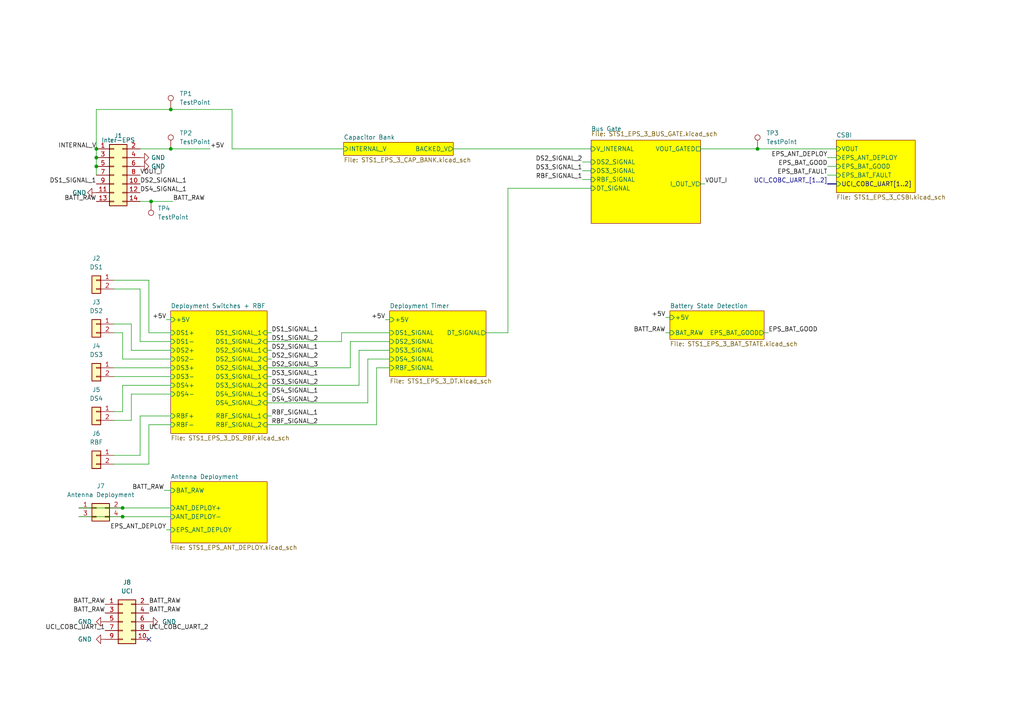
<source format=kicad_sch>
(kicad_sch (version 20211123) (generator eeschema)
  (paper "A4")
  (lib_symbols
    (symbol "Connector:TestPoint" (pin_numbers hide) (pin_names (offset 0.762) hide)
      (property "Reference" "TP" (at 0 6.858 0))
      (property "Value" "TestPoint" (at 0 5.08 0))
      (symbol "TestPoint_0_1"
        (circle (center 0 3.302) (radius 0.762))
      )
      (symbol "TestPoint_1_1"
        (pin passive line (at 0 0 90) (length 2.54) (name "1") (number "1"))
      )
    )
    (symbol "Connector_Generic:Conn_01x02" (pin_names (offset 1.016) hide)
      (property "Reference" "J" (at 0 2.54 0))
      (property "Value" "Conn_01x02" (at 0 -5.08 0))
      (symbol "Conn_01x02_1_1"
        (rectangle (start -1.27 -2.413) (end 0 -2.667) (stroke (width 0.1524)))
        (rectangle (start -1.27 0.127) (end 0 -0.127) (stroke (width 0.1524)))
        (rectangle (start -1.27 1.27) (end 1.27 -3.81) (stroke (width 0.254)) (fill (type background)))
        (pin passive line (at -5.08 0 0) (length 3.81) (name "Pin_1") (number "1"))
        (pin passive line (at -5.08 -2.54 0) (length 3.81) (name "Pin_2") (number "2"))
      )
    )
    (symbol "Connector_Generic:Conn_02x02_Odd_Even" (pin_names (offset 1.016) hide)
      (property "Reference" "J" (at 1.27 2.54 0))
      (property "Value" "Conn_02x02_Odd_Even" (at 1.27 -5.08 0))
      (symbol "Conn_02x02_Odd_Even_1_1"
        (rectangle (start -1.27 -2.413) (end 0 -2.667) (stroke (width 0.1524)))
        (rectangle (start -1.27 0.127) (end 0 -0.127) (stroke (width 0.1524)))
        (rectangle (start -1.27 1.27) (end 3.81 -3.81) (stroke (width 0.254)) (fill (type background)))
        (rectangle (start 3.81 -2.413) (end 2.54 -2.667) (stroke (width 0.1524)))
        (rectangle (start 3.81 0.127) (end 2.54 -0.127) (stroke (width 0.1524)))
        (pin passive line (at -5.08 0 0) (length 3.81) (name "Pin_1") (number "1"))
        (pin passive line (at 7.62 0 180) (length 3.81) (name "Pin_2") (number "2"))
        (pin passive line (at -5.08 -2.54 0) (length 3.81) (name "Pin_3") (number "3"))
        (pin passive line (at 7.62 -2.54 180) (length 3.81) (name "Pin_4") (number "4"))
      )
    )
    (symbol "Connector_Generic:Conn_02x05_Odd_Even" (pin_names (offset 1.016) hide)
      (property "Reference" "J" (at 1.27 7.62 0))
      (property "Value" "Conn_02x05_Odd_Even" (at 1.27 -7.62 0))
      (symbol "Conn_02x05_Odd_Even_1_1"
        (rectangle (start -1.27 -4.953) (end 0 -5.207) (stroke (width 0.1524)))
        (rectangle (start -1.27 -2.413) (end 0 -2.667) (stroke (width 0.1524)))
        (rectangle (start -1.27 0.127) (end 0 -0.127) (stroke (width 0.1524)))
        (rectangle (start -1.27 2.667) (end 0 2.413) (stroke (width 0.1524)))
        (rectangle (start -1.27 5.207) (end 0 4.953) (stroke (width 0.1524)))
        (rectangle (start -1.27 6.35) (end 3.81 -6.35) (stroke (width 0.254)) (fill (type background)))
        (rectangle (start 3.81 -4.953) (end 2.54 -5.207) (stroke (width 0.1524)))
        (rectangle (start 3.81 -2.413) (end 2.54 -2.667) (stroke (width 0.1524)))
        (rectangle (start 3.81 0.127) (end 2.54 -0.127) (stroke (width 0.1524)))
        (rectangle (start 3.81 2.667) (end 2.54 2.413) (stroke (width 0.1524)))
        (rectangle (start 3.81 5.207) (end 2.54 4.953) (stroke (width 0.1524)))
        (pin passive line (at -5.08 5.08 0) (length 3.81) (name "Pin_1") (number "1"))
        (pin passive line (at 7.62 -5.08 180) (length 3.81) (name "Pin_10") (number "10"))
        (pin passive line (at 7.62 5.08 180) (length 3.81) (name "Pin_2") (number "2"))
        (pin passive line (at -5.08 2.54 0) (length 3.81) (name "Pin_3") (number "3"))
        (pin passive line (at 7.62 2.54 180) (length 3.81) (name "Pin_4") (number "4"))
        (pin passive line (at -5.08 0 0) (length 3.81) (name "Pin_5") (number "5"))
        (pin passive line (at 7.62 0 180) (length 3.81) (name "Pin_6") (number "6"))
        (pin passive line (at -5.08 -2.54 0) (length 3.81) (name "Pin_7") (number "7"))
        (pin passive line (at 7.62 -2.54 180) (length 3.81) (name "Pin_8") (number "8"))
        (pin passive line (at -5.08 -5.08 0) (length 3.81) (name "Pin_9") (number "9"))
      )
    )
    (symbol "Connector_Generic:Conn_02x07_Odd_Even" (pin_names (offset 1.016) hide)
      (property "Reference" "J" (at 1.27 10.16 0))
      (property "Value" "Conn_02x07_Odd_Even" (at 1.27 -10.16 0))
      (symbol "Conn_02x07_Odd_Even_1_1"
        (rectangle (start -1.27 -7.493) (end 0 -7.747) (stroke (width 0.1524)))
        (rectangle (start -1.27 -4.953) (end 0 -5.207) (stroke (width 0.1524)))
        (rectangle (start -1.27 -2.413) (end 0 -2.667) (stroke (width 0.1524)))
        (rectangle (start -1.27 0.127) (end 0 -0.127) (stroke (width 0.1524)))
        (rectangle (start -1.27 2.667) (end 0 2.413) (stroke (width 0.1524)))
        (rectangle (start -1.27 5.207) (end 0 4.953) (stroke (width 0.1524)))
        (rectangle (start -1.27 7.747) (end 0 7.493) (stroke (width 0.1524)))
        (rectangle (start -1.27 8.89) (end 3.81 -8.89) (stroke (width 0.254)) (fill (type background)))
        (rectangle (start 3.81 -7.493) (end 2.54 -7.747) (stroke (width 0.1524)))
        (rectangle (start 3.81 -4.953) (end 2.54 -5.207) (stroke (width 0.1524)))
        (rectangle (start 3.81 -2.413) (end 2.54 -2.667) (stroke (width 0.1524)))
        (rectangle (start 3.81 0.127) (end 2.54 -0.127) (stroke (width 0.1524)))
        (rectangle (start 3.81 2.667) (end 2.54 2.413) (stroke (width 0.1524)))
        (rectangle (start 3.81 5.207) (end 2.54 4.953) (stroke (width 0.1524)))
        (rectangle (start 3.81 7.747) (end 2.54 7.493) (stroke (width 0.1524)))
        (pin passive line (at -5.08 7.62 0) (length 3.81) (name "Pin_1") (number "1"))
        (pin passive line (at 7.62 -2.54 180) (length 3.81) (name "Pin_10") (number "10"))
        (pin passive line (at -5.08 -5.08 0) (length 3.81) (name "Pin_11") (number "11"))
        (pin passive line (at 7.62 -5.08 180) (length 3.81) (name "Pin_12") (number "12"))
        (pin passive line (at -5.08 -7.62 0) (length 3.81) (name "Pin_13") (number "13"))
        (pin passive line (at 7.62 -7.62 180) (length 3.81) (name "Pin_14") (number "14"))
        (pin passive line (at 7.62 7.62 180) (length 3.81) (name "Pin_2") (number "2"))
        (pin passive line (at -5.08 5.08 0) (length 3.81) (name "Pin_3") (number "3"))
        (pin passive line (at 7.62 5.08 180) (length 3.81) (name "Pin_4") (number "4"))
        (pin passive line (at -5.08 2.54 0) (length 3.81) (name "Pin_5") (number "5"))
        (pin passive line (at 7.62 2.54 180) (length 3.81) (name "Pin_6") (number "6"))
        (pin passive line (at -5.08 0 0) (length 3.81) (name "Pin_7") (number "7"))
        (pin passive line (at 7.62 0 180) (length 3.81) (name "Pin_8") (number "8"))
        (pin passive line (at -5.08 -2.54 0) (length 3.81) (name "Pin_9") (number "9"))
      )
    )
    (symbol "power:GND" (power) (pin_names (offset 0))
      (property "Value" "GND" (at 0 -3.81 0))
      (symbol "GND_0_1"
        (polyline (pts (xy 0 0) (xy 0 -1.27) (xy 1.27 -1.27) (xy 0 -2.54) (xy -1.27 -1.27) (xy 0 -1.27)))
      )
      (symbol "GND_1_1"
        (pin power_in line (at 0 0 270) (length 0) hide (name "GND") (number "1"))
      )
    )
  )
  (junction (at 49.53 43.18))
  (junction (at 49.53 31.75))
  (junction (at 27.94 48.26))
  (junction (at 27.94 45.72))
  (junction (at 35.56 147.32))
  (junction (at 35.56 149.86))
  (junction (at 219.71 43.18))
  (junction (at 43.815 58.42))
  (junction (at 27.94 43.18))
  (no_connect (at 43.18 185.42))
  (wire (pts (xy 240.03 50.8) (xy 242.57 50.8)))
  (wire (pts (xy 33.02 93.98) (xy 38.1 93.98)))
  (wire (pts (xy 104.14 101.6) (xy 113.03 101.6)))
  (wire (pts (xy 77.47 123.19) (xy 109.22 123.19)))
  (wire (pts (xy 240.03 45.72) (xy 242.57 45.72)))
  (wire (pts (xy 27.94 43.18) (xy 27.94 45.72)))
  (wire (pts (xy 43.815 58.42) (xy 40.64 58.42)))
  (wire (pts (xy 40.64 43.18) (xy 49.53 43.18)))
  (wire (pts (xy 33.02 109.22) (xy 49.53 109.22)))
  (wire (pts (xy 219.71 43.18) (xy 242.57 43.18)))
  (wire (pts (xy 48.26 92.71) (xy 49.53 92.71)))
  (wire (pts (xy 40.64 132.08) (xy 40.64 120.65)))
  (wire (pts (xy 168.91 49.53) (xy 171.45 49.53)))
  (wire (pts (xy 35.56 147.32) (xy 49.53 147.32)))
  (wire (pts (xy 22.86 147.32) (xy 35.56 147.32)))
  (wire (pts (xy 147.32 54.61) (xy 147.32 96.52)))
  (wire (pts (xy 77.47 101.6) (xy 78.74 101.6)))
  (wire (pts (xy 27.94 45.72) (xy 27.94 48.26)))
  (wire (pts (xy 77.47 114.3) (xy 78.74 114.3)))
  (wire (pts (xy 35.56 104.14) (xy 49.53 104.14)))
  (wire (pts (xy 131.445 43.18) (xy 171.45 43.18)))
  (wire (pts (xy 77.47 104.14) (xy 78.74 104.14)))
  (wire (pts (xy 99.06 96.52) (xy 113.03 96.52)))
  (wire (pts (xy 38.1 114.3) (xy 49.53 114.3)))
  (wire (pts (xy 33.02 81.28) (xy 43.18 81.28)))
  (wire (pts (xy 33.02 106.68) (xy 49.53 106.68)))
  (wire (pts (xy 33.02 134.62) (xy 43.18 134.62)))
  (wire (pts (xy 99.695 43.18) (xy 67.31 43.18)))
  (wire (pts (xy 43.18 134.62) (xy 43.18 123.19)))
  (wire (pts (xy 101.6 99.06) (xy 113.03 99.06)))
  (wire (pts (xy 203.2 43.18) (xy 219.71 43.18)))
  (wire (pts (xy 111.76 92.71) (xy 113.03 92.71)))
  (wire (pts (xy 22.86 149.86) (xy 35.56 149.86)))
  (wire (pts (xy 35.56 111.76) (xy 49.53 111.76)))
  (wire (pts (xy 109.22 123.19) (xy 109.22 106.68)))
  (wire (pts (xy 147.32 54.61) (xy 171.45 54.61)))
  (wire (pts (xy 40.64 83.82) (xy 40.64 99.06)))
  (wire (pts (xy 43.18 81.28) (xy 43.18 96.52)))
  (wire (pts (xy 38.1 101.6) (xy 49.53 101.6)))
  (wire (pts (xy 35.56 96.52) (xy 35.56 104.14)))
  (wire (pts (xy 106.68 104.14) (xy 113.03 104.14)))
  (wire (pts (xy 33.02 132.08) (xy 40.64 132.08)))
  (wire (pts (xy 77.47 109.22) (xy 78.74 109.22)))
  (wire (pts (xy 101.6 106.68) (xy 101.6 99.06)))
  (wire (pts (xy 35.56 119.38) (xy 35.56 111.76)))
  (wire (pts (xy 27.94 43.18) (xy 27.94 31.75)))
  (bus (pts (xy 240.03 53.34) (xy 242.57 53.34)))
  (wire (pts (xy 47.625 142.24) (xy 49.53 142.24)))
  (wire (pts (xy 40.64 99.06) (xy 49.53 99.06)))
  (wire (pts (xy 77.47 116.84) (xy 106.68 116.84)))
  (wire (pts (xy 168.91 52.07) (xy 171.45 52.07)))
  (wire (pts (xy 221.615 96.52) (xy 222.885 96.52)))
  (wire (pts (xy 147.32 96.52) (xy 140.97 96.52)))
  (wire (pts (xy 203.2 53.34) (xy 204.47 53.34)))
  (wire (pts (xy 77.47 111.76) (xy 104.14 111.76)))
  (wire (pts (xy 43.18 123.19) (xy 49.53 123.19)))
  (wire (pts (xy 77.47 96.52) (xy 78.74 96.52)))
  (wire (pts (xy 33.02 83.82) (xy 40.64 83.82)))
  (wire (pts (xy 50.165 58.42) (xy 43.815 58.42)))
  (wire (pts (xy 99.06 99.06) (xy 99.06 96.52)))
  (wire (pts (xy 48.26 153.67) (xy 49.53 153.67)))
  (wire (pts (xy 67.31 31.75) (xy 67.31 43.18)))
  (wire (pts (xy 33.02 121.92) (xy 38.1 121.92)))
  (wire (pts (xy 104.14 111.76) (xy 104.14 101.6)))
  (wire (pts (xy 240.03 48.26) (xy 242.57 48.26)))
  (wire (pts (xy 49.53 31.75) (xy 67.31 31.75)))
  (wire (pts (xy 35.56 149.86) (xy 49.53 149.86)))
  (wire (pts (xy 38.1 121.92) (xy 38.1 114.3)))
  (wire (pts (xy 168.91 46.99) (xy 171.45 46.99)))
  (wire (pts (xy 77.47 99.06) (xy 99.06 99.06)))
  (wire (pts (xy 33.02 96.52) (xy 35.56 96.52)))
  (wire (pts (xy 40.64 120.65) (xy 49.53 120.65)))
  (wire (pts (xy 38.1 93.98) (xy 38.1 101.6)))
  (wire (pts (xy 43.18 96.52) (xy 49.53 96.52)))
  (wire (pts (xy 193.04 92.075) (xy 194.31 92.075)))
  (wire (pts (xy 109.22 106.68) (xy 113.03 106.68)))
  (wire (pts (xy 27.94 48.26) (xy 27.94 50.8)))
  (wire (pts (xy 77.47 120.65) (xy 78.74 120.65)))
  (wire (pts (xy 33.02 119.38) (xy 35.56 119.38)))
  (wire (pts (xy 27.94 31.75) (xy 49.53 31.75)))
  (wire (pts (xy 106.68 104.14) (xy 106.68 116.84)))
  (wire (pts (xy 193.04 96.52) (xy 194.31 96.52)))
  (wire (pts (xy 49.53 43.18) (xy 60.96 43.18)))
  (wire (pts (xy 77.47 106.68) (xy 101.6 106.68)))
  (label "EPS_BAT_GOOD" (at 240.03 48.26 180))
  (label "VOUT_I" (at 40.64 50.8 0))
  (label "EPS_ANT_DEPLOY" (at 48.26 153.67 180))
  (label "RBF_SIGNAL_2" (at 78.74 123.19 0))
  (label "BATT_RAW" (at 50.165 58.42 0))
  (label "DS3_SIGNAL_2" (at 78.74 111.76 0))
  (label "UCI_COBC_UART_[1..2]" (at 240.03 53.34 180))
  (label "EPS_ANT_DEPLOY" (at 240.03 45.72 180))
  (label "BATT_RAW" (at 47.625 142.24 180))
  (label "DS4_SIGNAL_1" (at 40.64 55.88 0))
  (label "DS2_SIGNAL_3" (at 78.74 106.68 0))
  (label "+5V" (at 111.76 92.71 180))
  (label "DS3_SIGNAL_1" (at 78.74 109.22 0))
  (label "DS2_SIGNAL_1" (at 78.74 101.6 0))
  (label "DS4_SIGNAL_1" (at 78.74 114.3 0))
  (label "DS3_SIGNAL_1" (at 168.91 49.53 180))
  (label "BATT_RAW" (at 27.94 58.42 180))
  (label "DS4_SIGNAL_2" (at 78.74 116.84 0))
  (label "UCI_COBC_UART_2" (at 43.18 182.88 0))
  (label "UCI_COBC_UART_1" (at 30.48 182.88 180))
  (label "EPS_BAT_FAULT" (at 240.03 50.8 180))
  (label "DS2_SIGNAL_2" (at 168.91 46.99 180))
  (label "DS1_SIGNAL_1" (at 78.74 96.52 0))
  (label "BATT_RAW" (at 43.18 177.8 0))
  (label "RBF_SIGNAL_1" (at 78.74 120.65 0))
  (label "+5V" (at 193.04 92.075 180))
  (label "+5V" (at 48.26 92.71 180))
  (label "BATT_RAW" (at 30.48 175.26 180))
  (label "DS2_SIGNAL_1" (at 40.64 53.34 0))
  (label "BATT_RAW" (at 43.18 175.26 0))
  (label "+5V" (at 60.96 43.18 0))
  (label "VOUT_I" (at 204.47 53.34 0))
  (label "DS1_SIGNAL_2" (at 78.74 99.06 0))
  (label "RBF_SIGNAL_1" (at 168.91 52.07 180))
  (label "INTERNAL_V" (at 27.94 43.18 180))
  (label "BATT_RAW" (at 193.04 96.52 180))
  (label "DS2_SIGNAL_2" (at 78.74 104.14 0))
  (label "DS1_SIGNAL_1" (at 27.94 53.34 180))
  (label "EPS_BAT_GOOD" (at 222.885 96.52 0))
  (label "BATT_RAW" (at 30.48 177.8 180))
  (symbol (lib_id "Connector:TestPoint") (at 219.71 43.18 0) (unit 1)
    (property "Reference" "TP3" (at 222.25 38.6079 0) (effects (justify left)))
    (property "Value" "TestPoint" (at 222.25 41.1479 0) (effects (justify left)))
    (property "Footprint" "TestPoint:TestPoint_THTPad_D1.0mm_Drill0.5mm" (effects hide))
  )
  (symbol (lib_id "Connector_Generic:Conn_02x05_Odd_Even") (at 35.56 180.34 0) (unit 1)
    (property "Reference" "J8" (at 36.83 168.91 0))
    (property "Value" "UCI" (at 36.83 171.45 0))
    (property "Footprint" "STS_Connector:M80-85110YY" (effects hide))
  )
  (symbol (lib_id "power:GND") (at 43.18 180.34 90) (unit 1)
    (property "Reference" "#PWR01" (effects hide))
    (property "Value" "GND" (at 46.99 180.3399 90) (effects (justify right)))
  )
  (symbol (lib_id "Connector_Generic:Conn_01x02") (at 27.94 119.38 0) (mirror y) (unit 1)
    (property "Reference" "J5" (at 27.94 113.03 0))
    (property "Value" "DS4" (at 27.94 115.57 0))
    (property "Footprint" "STS_Connector:M808420245" (effects hide))
  )
  (symbol (lib_id "Connector_Generic:Conn_01x02") (at 27.94 132.08 0) (mirror y) (unit 1)
    (property "Reference" "J6" (at 27.94 125.73 0))
    (property "Value" "RBF" (at 27.94 128.27 0))
    (property "Footprint" "STS_Connector:M808420245" (effects hide))
  )
  (symbol (lib_id "power:GND") (at 30.48 180.34 270) (unit 1)
    (property "Reference" "#PWR035" (effects hide))
    (property "Value" "GND" (at 26.67 180.3401 90) (effects (justify right)))
  )
  (symbol (lib_id "power:GND") (at 30.48 185.42 270) (unit 1)
    (property "Reference" "#PWR036" (effects hide))
    (property "Value" "GND" (at 26.67 185.4201 90) (effects (justify right)))
  )
  (symbol (lib_id "Connector_Generic:Conn_02x02_Odd_Even") (at 27.94 147.32 0) (unit 1)
    (property "Reference" "J7" (at 29.21 140.97 0))
    (property "Value" "Antenna Deployment" (at 29.21 143.51 0))
    (property "Footprint" "STS_Connector:M80-85104YY" (effects hide))
  )
  (symbol (lib_id "power:GND") (at 40.64 48.26 90) (unit 1)
    (property "Reference" "#PWR0101" (effects hide))
    (property "Value" "GND" (at 43.815 48.2599 90) (effects (justify right)))
  )
  (symbol (lib_id "Connector:TestPoint") (at 43.815 58.42 180) (unit 1)
    (property "Reference" "TP4" (at 45.72 60.4519 0) (effects (justify right)))
    (property "Value" "TestPoint" (at 45.72 62.9919 0) (effects (justify right)))
    (property "Footprint" "TestPoint:TestPoint_THTPad_D1.0mm_Drill0.5mm" (effects hide))
  )
  (symbol (lib_id "power:GND") (at 40.64 45.72 90) (unit 1)
    (property "Reference" "#PWR0103" (effects hide))
    (property "Value" "GND" (at 43.815 45.7199 90) (effects (justify right)))
  )
  (symbol (lib_id "Connector_Generic:Conn_02x07_Odd_Even") (at 33.02 50.8 0) (unit 1)
    (property "Reference" "J1" (at 34.29 39.37 0))
    (property "Value" "Inter-EPS" (at 34.29 40.64 0))
    (property "Footprint" "Connector_PinHeader_2.00mm:PinHeader_2x07_P2.00mm_Vertical" (effects hide))
  )
  (symbol (lib_id "Connector:TestPoint") (at 49.53 31.75 0) (unit 1)
    (property "Reference" "TP1" (at 52.07 27.1779 0) (effects (justify left)))
    (property "Value" "TestPoint" (at 52.07 29.7179 0) (effects (justify left)))
    (property "Footprint" "TestPoint:TestPoint_THTPad_D1.0mm_Drill0.5mm" (effects hide))
  )
  (symbol (lib_id "Connector_Generic:Conn_01x02") (at 27.94 81.28 0) (mirror y) (unit 1)
    (property "Reference" "J2" (at 27.94 74.93 0))
    (property "Value" "DS1" (at 27.94 77.47 0))
    (property "Footprint" "STS_Connector:M808420245" (effects hide))
  )
  (symbol (lib_id "power:GND") (at 27.94 55.88 270) (unit 1)
    (property "Reference" "#PWR0105" (effects hide))
    (property "Value" "GND" (at 20.955 55.88 90) (effects (justify left)))
  )
  (symbol (lib_id "Connector_Generic:Conn_01x02") (at 27.94 93.98 0) (mirror y) (unit 1)
    (property "Reference" "J3" (at 27.94 87.63 0))
    (property "Value" "DS2" (at 27.94 90.17 0))
    (property "Footprint" "STS_Connector:M808420245" (effects hide))
  )
  (symbol (lib_id "Connector_Generic:Conn_01x02") (at 27.94 106.68 0) (mirror y) (unit 1)
    (property "Reference" "J4" (at 27.94 100.33 0))
    (property "Value" "DS3" (at 27.94 102.87 0))
    (property "Footprint" "STS_Connector:M808420245" (effects hide))
  )
  (symbol (lib_id "Connector:TestPoint") (at 49.53 43.18 0) (unit 1)
    (property "Reference" "TP2" (at 52.07 38.6079 0) (effects (justify left)))
    (property "Value" "TestPoint" (at 52.07 41.1479 0) (effects (justify left)))
    (property "Footprint" "TestPoint:TestPoint_THTPad_D1.0mm_Drill0.5mm" (effects hide))
  )
  (sheet (at 171.45 40.64) (size 31.75 24.13) (stroke (width 0.1524)) (fill (color 255 255 0 1.0000))
    (property "Sheet name" "Bus Gate" (at 171.45 38.1 0) (effects (justify left bottom)))
    (property "Sheet file" "STS1_EPS_3_BUS_GATE.kicad_sch" (at 171.45 38.1 0) (effects (justify left top)))
    (pin "RBF_SIGNAL" input (at 171.45 52.07 180))
    (pin "V_INTERNAL" input (at 171.45 43.18 180))
    (pin "I_OUT_V" output (at 203.2 53.34 0))
    (pin "DT_SIGNAL" input (at 171.45 54.61 180))
    (pin "DS2_SIGNAL" input (at 171.45 46.99 180))
    (pin "DS3_SIGNAL" input (at 171.45 49.53 180))
    (pin "VOUT_GATED" passive (at 203.2 43.18 0))
  )
  (sheet (at 242.57 40.64) (size 22.86 15.24) (stroke (width 0.1524)) (fill (color 255 255 0 1.0000))
    (property "Sheet name" "CSBI" (at 242.57 39.9284 0) (effects (justify left bottom)))
    (property "Sheet file" "STS1_EPS_3_CSBI.kicad_sch" (at 242.57 56.4646 0) (effects (justify left top)))
    (pin "EPS_ANT_DEPLOY" input (at 242.57 45.72 180))
    (pin "EPS_BAT_GOOD" input (at 242.57 48.26 180))
    (pin "EPS_BAT_FAULT" input (at 242.57 50.8 180))
    (pin "VOUT" input (at 242.57 43.18 180))
    (pin "UCI_COBC_UART[1..2]" input (at 242.57 53.34 180))
  )
  (sheet (at 49.53 90.17) (size 27.94 35.56) (stroke (width 0.1524)) (fill (color 255 255 0 1.0000))
    (property "Sheet name" "Deployment Switches + RBF" (at 49.53 89.4584 0) (effects (justify left bottom)))
    (property "Sheet file" "STS1_EPS_3_DS_RBF.kicad_sch" (at 49.53 126.3146 0) (effects (justify left top)))
    (pin "DS2+" input (at 49.53 101.6 180))
    (pin "DS2-" input (at 49.53 104.14 180))
    (pin "DS1-" input (at 49.53 99.06 180))
    (pin "DS1+" input (at 49.53 96.52 180))
    (pin "+5V" input (at 49.53 92.71 180))
    (pin "RBF+" input (at 49.53 120.65 180))
    (pin "RBF-" input (at 49.53 123.19 180))
    (pin "DS3+" input (at 49.53 106.68 180))
    (pin "DS3-" input (at 49.53 109.22 180))
    (pin "DS4+" input (at 49.53 111.76 180))
    (pin "DS4-" input (at 49.53 114.3 180))
    (pin "DS1_SIGNAL_2" input (at 77.47 99.06 0))
    (pin "DS1_SIGNAL_1" input (at 77.47 96.52 0))
    (pin "DS2_SIGNAL_1" input (at 77.47 101.6 0))
    (pin "DS3_SIGNAL_1" input (at 77.47 109.22 0))
    (pin "DS3_SIGNAL_2" input (at 77.47 111.76 0))
    (pin "DS4_SIGNAL_1" input (at 77.47 114.3 0))
    (pin "DS4_SIGNAL_2" input (at 77.47 116.84 0))
    (pin "RBF_SIGNAL_1" input (at 77.47 120.65 0))
    (pin "DS2_SIGNAL_2" input (at 77.47 104.14 0))
    (pin "DS2_SIGNAL_3" input (at 77.47 106.68 0))
    (pin "RBF_SIGNAL_2" input (at 77.47 123.19 0))
  )
  (sheet (at 49.53 139.7) (size 27.94 17.78) (stroke (width 0.1524)) (fill (color 255 255 0 1.0000))
    (property "Sheet name" "Antenna Deployment" (at 49.53 138.9884 0) (effects (justify left bottom)))
    (property "Sheet file" "STS1_EPS_ANT_DEPLOY.kicad_sch" (at 49.53 158.0646 0) (effects (justify left top)))
    (pin "ANT_DEPLOY+" input (at 49.53 147.32 180))
    (pin "ANT_DEPLOY-" input (at 49.53 149.86 180))
    (pin "BAT_RAW" input (at 49.53 142.24 180))
    (pin "EPS_ANT_DEPLOY" input (at 49.53 153.67 180))
  )
  (sheet (at 113.03 90.17) (size 27.94 19.05) (stroke (width 0.1524)) (fill (color 255 255 0 1.0000))
    (property "Sheet name" "Deployment Timer" (at 113.03 89.4584 0) (effects (justify left bottom)))
    (property "Sheet file" "STS1_EPS_3_DT.kicad_sch" (at 113.03 109.8046 0) (effects (justify left top)))
    (pin "+5V" input (at 113.03 92.71 180))
    (pin "DS2_SIGNAL" input (at 113.03 99.06 180))
    (pin "DS1_SIGNAL" input (at 113.03 96.52 180))
    (pin "RBF_SIGNAL" input (at 113.03 106.68 180))
    (pin "DS4_SIGNAL" input (at 113.03 104.14 180))
    (pin "DS3_SIGNAL" input (at 113.03 101.6 180))
    (pin "DT_SIGNAL" output (at 140.97 96.52 0))
  )
  (sheet (at 99.695 41.275) (size 31.75 3.81) (stroke (width 0.1524)) (fill (color 255 255 0 1.0000))
    (property "Sheet name" "Capacitor Bank" (at 99.695 40.5634 0) (effects (justify left bottom)))
    (property "Sheet file" "STS1_EPS_3_CAP_BANK.kicad_sch" (at 99.695 45.6696 0) (effects (justify left top)))
    (pin "INTERNAL_V" input (at 99.695 43.18 180))
    (pin "BACKED_V" output (at 131.445 43.18 0))
  )
  (sheet (at 194.31 90.17) (size 27.305 8.255) (stroke (width 0.1524)) (fill (color 255 255 0 1.0000))
    (property "Sheet name" "Battery State Detection" (at 194.31 89.4584 0) (effects (justify left bottom)))
    (property "Sheet file" "STS1_EPS_3_BAT_STATE.kicad_sch" (at 194.31 99.0096 0) (effects (justify left top)))
    (pin "+5V" input (at 194.31 92.075 180))
    (pin "EPS_BAT_GOOD" output (at 221.615 96.52 0))
    (pin "BAT_RAW" input (at 194.31 96.52 180))
  )
)
</source>
